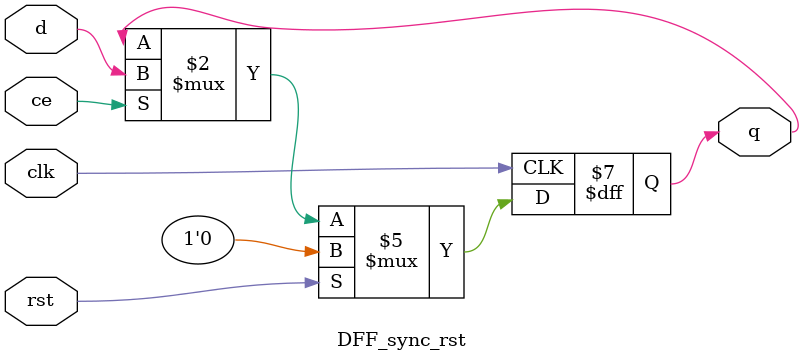
<source format=v>
`timescale 1ns / 1ps
module DFF_sync_rst
#(parameter WIDTH = 1)(
input  wire                  clk,        // 時脈
input  wire                  rst,        // 同步 reset，高有效
input  wire                  ce,         // clock enable
input  wire [WIDTH-1:0]      d,          // 輸入資料
output reg  [WIDTH-1:0]      q );           // 輸出資料

always @(posedge clk) begin
    if (rst)
        q <= 1'b0;                   // 同步 reset
    else if (ce)
        q <= d;                             // 有 enable 才更新
end

endmodule


</source>
